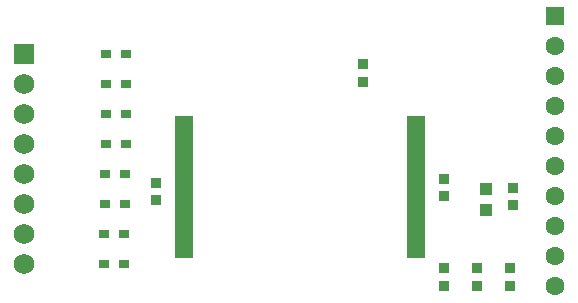
<source format=gbr>
%TF.GenerationSoftware,Altium Limited,Altium Designer,24.4.1 (13)*%
G04 Layer_Color=8388736*
%FSLAX45Y45*%
%MOMM*%
%TF.SameCoordinates,62A203F9-3C5A-4200-B48A-7B08D2958CDC*%
%TF.FilePolarity,Negative*%
%TF.FileFunction,Soldermask,Top*%
%TF.Part,Single*%
G01*
G75*
%TA.AperFunction,SMDPad,CuDef*%
%ADD10R,1.01213X1.05872*%
%ADD11R,0.91213X0.85872*%
%ADD12R,0.90000X0.80000*%
%ADD14R,0.91213X0.95872*%
%ADD25R,1.50320X0.50320*%
%TA.AperFunction,ComponentPad*%
%ADD26C,1.60320*%
%ADD27R,1.60320X1.60320*%
%ADD28C,1.75320*%
%ADD29R,1.75320X1.75320*%
D10*
X15595599Y8063271D02*
D03*
Y7887929D02*
D03*
D11*
X14554201Y9120071D02*
D03*
Y8964729D02*
D03*
X15239999Y7392871D02*
D03*
Y7237529D02*
D03*
X15519400Y7392871D02*
D03*
Y7237529D02*
D03*
X15798801Y7392871D02*
D03*
Y7237529D02*
D03*
D12*
X12364900Y7937500D02*
D03*
X12534900D02*
D03*
X12361000Y7429500D02*
D03*
X12531000D02*
D03*
X12361000Y7683500D02*
D03*
X12531000D02*
D03*
X12364900Y8191500D02*
D03*
X12534900D02*
D03*
X12373700Y8445500D02*
D03*
X12543700D02*
D03*
X12373700Y8699500D02*
D03*
X12543700D02*
D03*
X12373700Y8953500D02*
D03*
X12543700D02*
D03*
X12373700Y9207500D02*
D03*
X12543700D02*
D03*
D14*
X15824200Y7928329D02*
D03*
Y8073671D02*
D03*
X15239999Y8004529D02*
D03*
Y8149871D02*
D03*
X12801601Y8111771D02*
D03*
Y7966429D02*
D03*
D25*
X13035800Y7502200D02*
D03*
Y7552200D02*
D03*
Y7602200D02*
D03*
Y7652200D02*
D03*
Y7702200D02*
D03*
Y7752200D02*
D03*
Y7802200D02*
D03*
Y7852200D02*
D03*
Y7902200D02*
D03*
Y7952200D02*
D03*
Y8002200D02*
D03*
Y8052200D02*
D03*
Y8102200D02*
D03*
Y8152200D02*
D03*
Y8202200D02*
D03*
Y8252200D02*
D03*
Y8302200D02*
D03*
Y8352200D02*
D03*
Y8402200D02*
D03*
Y8452200D02*
D03*
Y8502200D02*
D03*
Y8552200D02*
D03*
Y8602200D02*
D03*
Y8652200D02*
D03*
X15005800D02*
D03*
Y8602200D02*
D03*
Y8552200D02*
D03*
Y8502200D02*
D03*
Y8452200D02*
D03*
Y8402200D02*
D03*
Y8352200D02*
D03*
Y8302200D02*
D03*
Y8252200D02*
D03*
Y8202200D02*
D03*
Y8152200D02*
D03*
Y8102200D02*
D03*
Y8052200D02*
D03*
Y8002200D02*
D03*
Y7952200D02*
D03*
Y7902200D02*
D03*
Y7852200D02*
D03*
Y7802200D02*
D03*
Y7752200D02*
D03*
Y7702200D02*
D03*
Y7652200D02*
D03*
Y7602200D02*
D03*
Y7552200D02*
D03*
Y7502200D02*
D03*
D26*
X16179800Y7239000D02*
D03*
Y7493000D02*
D03*
Y7747000D02*
D03*
Y8001000D02*
D03*
Y8255000D02*
D03*
Y8509000D02*
D03*
Y8763000D02*
D03*
Y9017000D02*
D03*
Y9271000D02*
D03*
D27*
Y9525000D02*
D03*
D28*
X11684000Y7429500D02*
D03*
Y7683500D02*
D03*
Y7937500D02*
D03*
Y8953500D02*
D03*
Y8699500D02*
D03*
Y8445500D02*
D03*
Y8191500D02*
D03*
D29*
Y9207500D02*
D03*
%TF.MD5,eac577839b42f29e5b3e0ab6703c1019*%
M02*

</source>
